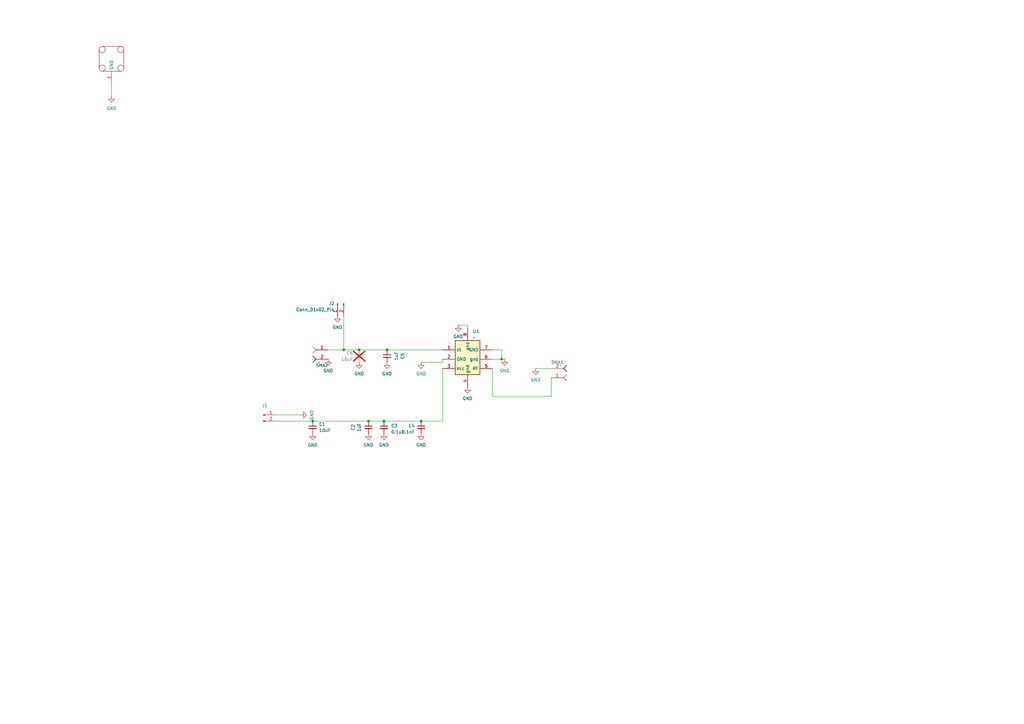
<source format=kicad_sch>
(kicad_sch (version 20231120) (generator "eeschema") (generator_version "8.0")
  (paper "A3")
  (lib_symbols
    (symbol "Connector:Conn_01x02_Pin" (pin_names (offset 1.016) hide)
      (property "Reference" "J" (at 0 2.54 0))
      (property "Value" "Conn_01x02_Pin" (at 0 -5.08 0))
      (symbol "Conn_01x02_Pin_1_1"
        (polyline (pts (xy 1.27 -2.54) (xy 0.8636 -2.54)) (stroke (width 0.1524)))
        (polyline (pts (xy 1.27 0) (xy 0.8636 0)) (stroke (width 0.1524)))
        (rectangle (start 0.8636 -2.413) (end 0 -2.667) (stroke (width 0.1524)) (fill (type outline)))
        (rectangle (start 0.8636 0.127) (end 0 -0.127) (stroke (width 0.1524)) (fill (type outline)))
        (pin passive line (at 5.08 0 180) (length 3.81) (name "Pin_1") (number "1"))
        (pin passive line (at 5.08 -2.54 180) (length 3.81) (name "Pin_2") (number "2"))
      )
    )
    (symbol "Device:C_Small" (pin_numbers hide) (pin_names (offset 0.254) hide)
      (property "Reference" "C" (at 0.254 1.778 0))
      (property "Value" "C_Small" (at 0.254 -2.032 0))
      (symbol "C_Small_0_1"
        (polyline (pts (xy -1.524 -0.508) (xy 1.524 -0.508)) (stroke (width 0.3302)))
        (polyline (pts (xy -1.524 0.508) (xy 1.524 0.508)) (stroke (width 0.3048)))
      )
      (symbol "C_Small_1_1"
        (pin passive line (at 0 2.54 270) (length 2.032) (name "~") (number "1"))
        (pin passive line (at 0 -2.54 90) (length 2.032) (name "~") (number "2"))
      )
    )
    (symbol "MUSIC_LAB:VCO_YSGM"
      (property "Reference" "U" (at -0.508 1.016 0))
      (symbol "VCO_YSGM_1_1"
        (rectangle (start -5.08 7.62) (end 5.08 -6.35) (stroke (width 0.254)) (fill (type background)))
        (pin passive line (at -10.16 3.81 0) (length 5.08) (name "Vt") (number "1"))
        (pin passive line (at -10.16 0 0) (length 5.08) (name "GND") (number "2"))
        (pin passive line (at -10.16 -3.81 0) (length 5.08) (name "Vcc") (number "3"))
        (pin passive line (at 0 -11.43 90) (length 5.08) (name "gnd") (number "4"))
        (pin passive line (at 10.16 -3.81 180) (length 5.08) (name "RF") (number "5"))
        (pin passive line (at 10.16 0 180) (length 5.08) (name "gnd") (number "6"))
        (pin passive line (at 10.16 3.81 180) (length 5.08) (name "GND") (number "7"))
        (pin passive line (at 0 12.7 270) (length 5.08) (name "gnd") (number "8"))
      )
    )
    (symbol "Radar:SMA"
      (property "Reference" "SMA" (at 1.27 -1.27 0))
      (symbol "SMA_0_1"
        (polyline (pts (xy -1.27 1.27) (xy -2.54 0)))
        (polyline (pts (xy -1.27 1.27) (xy -2.54 0)))
        (polyline (pts (xy -1.27 1.27) (xy -2.54 0)))
        (polyline (pts (xy -1.27 1.27) (xy -2.54 0)))
        (polyline (pts (xy -1.27 1.27) (xy -2.54 2.54)))
        (polyline (pts (xy -1.27 1.27) (xy -2.54 2.54)))
        (polyline (pts (xy -1.27 1.27) (xy -2.54 2.54)))
        (polyline (pts (xy -1.27 1.27) (xy -2.54 2.54)))
        (polyline (pts (xy -1.27 5.08) (xy -2.54 3.81)))
        (polyline (pts (xy -1.27 5.08) (xy -2.54 6.35)))
      )
      (symbol "SMA_1_1"
        (pin passive line (at 3.81 5.08 180) (length 5.08) (name "") (number "1"))
        (pin passive line (at 3.81 1.27 180) (length 5.08) (name "") (number "2"))
      )
    )
    (symbol "Radar:outline"
      (property "Reference" "outline" (at 0 6.35 0))
      (symbol "outline_0_1"
        (circle (center -3.81 -3.81) (radius 1.27))
        (circle (center -3.81 3.81) (radius 1.27))
        (polyline (pts (xy -5.08 3.81) (xy -5.08 -3.81)))
        (polyline (pts (xy -3.81 -5.08) (xy 3.81 -5.08)))
        (polyline (pts (xy 3.81 5.08) (xy -3.81 5.08)))
        (polyline (pts (xy 5.08 3.81) (xy 5.08 -3.81)))
        (circle (center 3.81 -3.81) (radius 1.27))
        (circle (center 3.81 3.81) (radius 1.27))
      )
      (symbol "outline_1_1"
        (pin free line (at -10.16 0 0) (length 5.08) (name "GND") (number "1"))
      )
    )
    (symbol "power:GND" (power) (pin_numbers hide) (pin_names (offset 0) hide)
      (property "Value" "GND" (at 0 -3.81 0))
      (symbol "GND_0_1"
        (polyline (pts (xy 0 0) (xy 0 -1.27) (xy 1.27 -1.27) (xy 0 -2.54) (xy -1.27 -1.27) (xy 0 -1.27)))
      )
      (symbol "GND_1_1"
        (pin power_in line (at 0 0 270) (length 0) (name "~") (number "1"))
      )
    )
  )
  (junction (at 158.75 143.51))
  (junction (at 147.32 143.51))
  (junction (at 140.97 143.51))
  (junction (at 151.13 172.72))
  (junction (at 205.74 147.32))
  (junction (at 172.72 172.72))
  (junction (at 128.27 172.72))
  (junction (at 157.48 172.72))
  (wire (pts (xy 140.97 143.51) (xy 147.32 143.51)))
  (wire (pts (xy 128.27 172.72) (xy 151.13 172.72)))
  (wire (pts (xy 158.75 143.51) (xy 147.32 143.51)))
  (wire (pts (xy 134.62 143.51) (xy 140.97 143.51)))
  (wire (pts (xy 113.03 170.18) (xy 123.19 170.18)))
  (wire (pts (xy 158.75 143.51) (xy 181.61 143.51)))
  (wire (pts (xy 205.74 147.32) (xy 207.01 147.32)))
  (wire (pts (xy 205.74 143.51) (xy 205.74 147.32)))
  (wire (pts (xy 201.93 162.56) (xy 201.93 151.13)))
  (wire (pts (xy 45.72 34.29) (xy 45.72 39.37)))
  (wire (pts (xy 157.48 172.72) (xy 172.72 172.72)))
  (wire (pts (xy 191.77 133.35) (xy 187.96 133.35)))
  (wire (pts (xy 172.72 148.59) (xy 181.61 148.59)))
  (wire (pts (xy 113.03 172.72) (xy 128.27 172.72)))
  (wire (pts (xy 181.61 151.13) (xy 181.61 172.72)))
  (wire (pts (xy 140.97 129.54) (xy 140.97 143.51)))
  (wire (pts (xy 181.61 172.72) (xy 172.72 172.72)))
  (wire (pts (xy 226.06 151.13) (xy 219.71 151.13)))
  (wire (pts (xy 181.61 148.59) (xy 181.61 147.32)))
  (wire (pts (xy 201.93 147.32) (xy 205.74 147.32)))
  (wire (pts (xy 151.13 172.72) (xy 157.48 172.72)))
  (wire (pts (xy 201.93 162.56) (xy 226.06 162.56)))
  (wire (pts (xy 201.93 143.51) (xy 205.74 143.51)))
  (wire (pts (xy 191.77 134.62) (xy 191.77 133.35)))
  (wire (pts (xy 226.06 162.56) (xy 226.06 154.94)))
  (symbol (lib_id "power:GND") (at 138.43 129.54 0) (mirror y) (unit 1)
    (property "Reference" "#PWR013" (effects (hide yes)))
    (property "Value" "GND" (at 138.43 134.239 0))
    (property "Description" "Power symbol creates a global label with name \"GND\" , ground" (effects (hide yes)))
  )
  (symbol (lib_id "power:GND") (at 207.01 147.32 0) (unit 1)
    (property "Reference" "#PWR011" (effects (hide yes)))
    (property "Value" "GND" (at 207.01 152.019 0))
    (property "Description" "Power symbol creates a global label with name \"GND\" , ground" (effects (hide yes)))
  )
  (symbol (lib_id "Radar:SMA") (at 229.87 149.86 180) (unit 1)
    (property "Reference" "SMA1" (at 228.6 148.59 0))
    (property "Value" "~" (at 229.87 149.86 0))
    (property "Footprint" "MUSIC_Lab:SMA_KHD_Back" (effects (hide yes)))
  )
  (symbol (lib_id "MUSIC_LAB:VCO_YSGM") (at 191.77 147.32 0) (unit 1)
    (property "Reference" "U1" (at 193.9641 135.89 0) (effects (justify left)))
    (property "Value" "~" (at 193.9641 138.43 0) (effects (justify left)))
    (property "Footprint" "MUSIC_Lab:VCO_ysgm" (effects (hide yes)))
  )
  (symbol (lib_id "Device:C_Small") (at 157.48 175.26 0) (unit 1)
    (property "Reference" "C3" (at 160.401 174.6313 0) (effects (justify left)))
    (property "Value" "0.1uF" (at 160.401 177.1713 0) (effects (justify left)))
    (property "Footprint" "Capacitor_SMD:C_0603_1608Metric" (effects (hide yes)))
    (property "Description" "Unpolarized capacitor, small symbol" (effects (hide yes)))
  )
  (symbol (lib_id "power:GND") (at 187.96 133.35 0) (unit 1)
    (property "Reference" "#PWR04" (effects (hide yes)))
    (property "Value" "GND" (at 187.96 138.049 0))
    (property "Description" "Power symbol creates a global label with name \"GND\" , ground" (effects (hide yes)))
  )
  (symbol (lib_id "Device:C_Small") (at 147.32 146.05 0) (mirror y) (unit 1) (dnp yes)
    (property "Reference" "C6" (at 144.78 144.7862 0) (effects (justify left)))
    (property "Value" "10uF" (at 144.78 147.3262 0) (effects (justify left)))
    (property "Footprint" "Capacitor_SMD:C_0603_1608Metric" (effects (hide yes)))
    (property "Description" "Unpolarized capacitor, small symbol" (effects (hide yes)))
  )
  (symbol (lib_id "Device:C_Small") (at 172.72 175.26 0) (unit 1)
    (property "Reference" "C4" (at 170.18 174.6313 0) (effects (justify right)))
    (property "Value" "0.1nF" (at 170.18 177.1713 0) (effects (justify right)))
    (property "Footprint" "Capacitor_SMD:C_0603_1608Metric" (effects (hide yes)))
    (property "Description" "Unpolarized capacitor, small symbol" (effects (hide yes)))
  )
  (symbol (lib_id "Device:C_Small") (at 128.27 175.26 0) (unit 1)
    (property "Reference" "C1" (at 130.81 173.9962 0) (effects (justify left)))
    (property "Value" "10uF" (at 130.81 176.5362 0) (effects (justify left)))
    (property "Footprint" "Capacitor_SMD:C_0603_1608Metric" (effects (hide yes)))
    (property "Description" "Unpolarized capacitor, small symbol" (effects (hide yes)))
  )
  (symbol (lib_id "power:GND") (at 123.19 170.18 90) (unit 1)
    (property "Reference" "#PWR010" (effects (hide yes)))
    (property "Value" "GND" (at 127.889 170.18 0))
    (property "Description" "Power symbol creates a global label with name \"GND\" , ground" (effects (hide yes)))
  )
  (symbol (lib_id "power:GND") (at 134.62 147.32 0) (mirror y) (unit 1)
    (property "Reference" "#PWR014" (effects (hide yes)))
    (property "Value" "GND" (at 134.62 152.019 0))
    (property "Description" "Power symbol creates a global label with name \"GND\" , ground" (effects (hide yes)))
  )
  (symbol (lib_id "power:GND") (at 172.72 148.59 0) (unit 1)
    (property "Reference" "#PWR03" (effects (hide yes)))
    (property "Value" "GND" (at 172.72 153.289 0))
    (property "Description" "Power symbol creates a global label with name \"GND\" , ground" (effects (hide yes)))
  )
  (symbol (lib_id "Radar:outline") (at 45.72 24.13 90) (unit 1)
    (property "Reference" "outline1" (effects (hide yes)))
    (property "Footprint" "MUSIC_Lab:Outline_3x2_cavity_20231207" (effects (hide yes)))
  )
  (symbol (lib_id "power:GND") (at 128.27 177.8 0) (unit 1)
    (property "Reference" "#PWR05" (effects (hide yes)))
    (property "Value" "GND" (at 128.27 182.499 0))
    (property "Description" "Power symbol creates a global label with name \"GND\" , ground" (effects (hide yes)))
  )
  (symbol (lib_id "power:GND") (at 191.77 158.75 0) (unit 1)
    (property "Reference" "#PWR015" (effects (hide yes)))
    (property "Value" "GND" (at 191.77 163.449 0))
    (property "Description" "Power symbol creates a global label with name \"GND\" , ground" (effects (hide yes)))
  )
  (symbol (lib_id "power:GND") (at 172.72 177.8 0) (unit 1)
    (property "Reference" "#PWR08" (effects (hide yes)))
    (property "Value" "GND" (at 172.72 182.499 0))
    (property "Description" "Power symbol creates a global label with name \"GND\" , ground" (effects (hide yes)))
  )
  (symbol (lib_id "power:GND") (at 157.48 177.8 0) (unit 1)
    (property "Reference" "#PWR07" (effects (hide yes)))
    (property "Value" "GND" (at 157.48 182.499 0))
    (property "Description" "Power symbol creates a global label with name \"GND\" , ground" (effects (hide yes)))
  )
  (symbol (lib_id "Device:C_Small") (at 151.13 175.26 0) (unit 1)
    (property "Reference" "C2" (at 144.78 175.2664 90))
    (property "Value" "1uF" (at 147.32 175.2664 90))
    (property "Footprint" "Capacitor_SMD:C_0603_1608Metric" (effects (hide yes)))
    (property "Description" "Unpolarized capacitor, small symbol" (effects (hide yes)))
  )
  (symbol (lib_id "power:GND") (at 45.72 39.37 0) (unit 1)
    (property "Reference" "#PWR01" (effects (hide yes)))
    (property "Value" "GND" (at 45.72 44.45 0))
    (property "Description" "Power symbol creates a global label with name \"GND\" , ground" (effects (hide yes)))
  )
  (symbol (lib_id "Radar:SMA") (at 130.81 148.59 0) (unit 1)
    (property "Reference" "SMA2" (at 132.08 149.86 0))
    (property "Value" "~" (at 130.81 148.59 0))
    (property "Footprint" "MUSIC_Lab:SMA_KHD_Back" (effects (hide yes)))
  )
  (symbol (lib_id "power:GND") (at 158.75 148.59 0) (mirror y) (unit 1)
    (property "Reference" "#PWR09" (effects (hide yes)))
    (property "Value" "GND" (at 158.75 153.289 0))
    (property "Description" "Power symbol creates a global label with name \"GND\" , ground" (effects (hide yes)))
  )
  (symbol (lib_id "Connector:Conn_01x02_Pin") (at 107.95 170.18 0) (unit 1)
    (property "Reference" "J1" (at 108.585 166.37 0))
    (property "Value" "Conn_01x02_Pin" (effects (hide yes)))
    (property "Footprint" "Connector_JST:JST_XH_B2B-XH-A_1x02_P2.50mm_Vertical" (effects (hide yes)))
    (property "Description" "Generic connector, single row, 01x02, script generated" (effects (hide yes)))
  )
  (symbol (lib_id "Connector:Conn_01x02_Pin") (at 138.43 124.46 90) (mirror x) (unit 1)
    (property "Reference" "J2" (at 137.16 124.46 90) (effects (justify left)))
    (property "Value" "Conn_01x02_Pin" (at 137.16 127 90) (effects (justify left)))
    (property "Footprint" "Connector_PinHeader_2.54mm:PinHeader_1x02_P2.54mm_Vertical" (effects (hide yes)))
    (property "Description" "Generic connector, single row, 01x02, script generated" (effects (hide yes)))
  )
  (symbol (lib_id "power:GND") (at 151.13 177.8 0) (unit 1)
    (property "Reference" "#PWR06" (effects (hide yes)))
    (property "Value" "GND" (at 151.13 182.499 0))
    (property "Description" "Power symbol creates a global label with name \"GND\" , ground" (effects (hide yes)))
  )
  (symbol (lib_id "power:GND") (at 219.71 151.13 0) (unit 1)
    (property "Reference" "#PWR02" (effects (hide yes)))
    (property "Value" "GND" (at 219.71 155.829 0))
    (property "Description" "Power symbol creates a global label with name \"GND\" , ground" (effects (hide yes)))
  )
  (symbol (lib_id "power:GND") (at 147.32 148.59 0) (mirror y) (unit 1)
    (property "Reference" "#PWR012" (effects (hide yes)))
    (property "Value" "GND" (at 147.32 153.289 0))
    (property "Description" "Power symbol creates a global label with name \"GND\" , ground" (effects (hide yes)))
  )
  (symbol (lib_id "Device:C_Small") (at 158.75 146.05 0) (mirror y) (unit 1)
    (property "Reference" "C5" (at 165.1 146.0564 90))
    (property "Value" "1uF" (at 162.56 146.0564 90))
    (property "Footprint" "Capacitor_SMD:C_0603_1608Metric" (effects (hide yes)))
    (property "Description" "Unpolarized capacitor, small symbol" (effects (hide yes)))
  )
)
</source>
